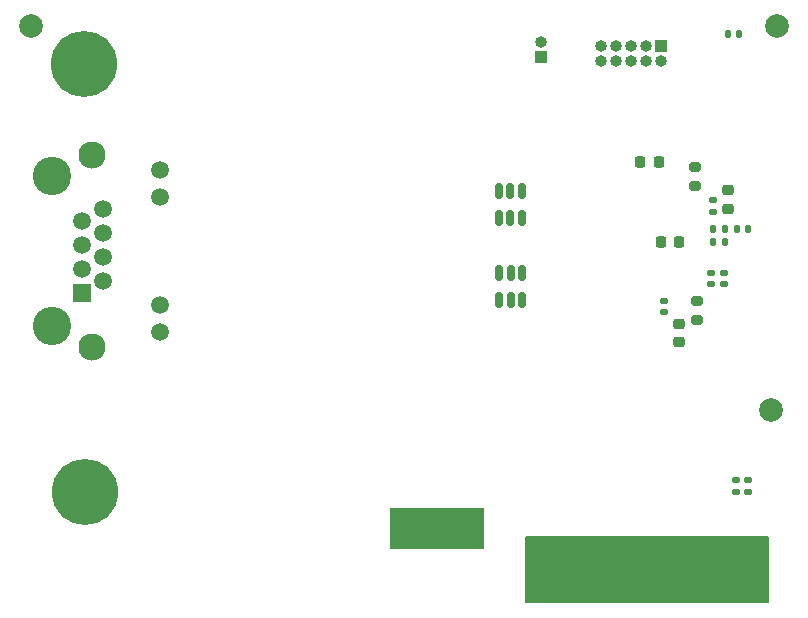
<source format=gbr>
%TF.GenerationSoftware,KiCad,Pcbnew,(6.0.9)*%
%TF.CreationDate,2023-01-12T20:26:10+01:00*%
%TF.ProjectId,pallas-ethernet-adapter,70616c6c-6173-42d6-9574-6865726e6574,rev?*%
%TF.SameCoordinates,Original*%
%TF.FileFunction,Soldermask,Bot*%
%TF.FilePolarity,Negative*%
%FSLAX46Y46*%
G04 Gerber Fmt 4.6, Leading zero omitted, Abs format (unit mm)*
G04 Created by KiCad (PCBNEW (6.0.9)) date 2023-01-12 20:26:10*
%MOMM*%
%LPD*%
G01*
G04 APERTURE LIST*
G04 Aperture macros list*
%AMRoundRect*
0 Rectangle with rounded corners*
0 $1 Rounding radius*
0 $2 $3 $4 $5 $6 $7 $8 $9 X,Y pos of 4 corners*
0 Add a 4 corners polygon primitive as box body*
4,1,4,$2,$3,$4,$5,$6,$7,$8,$9,$2,$3,0*
0 Add four circle primitives for the rounded corners*
1,1,$1+$1,$2,$3*
1,1,$1+$1,$4,$5*
1,1,$1+$1,$6,$7*
1,1,$1+$1,$8,$9*
0 Add four rect primitives between the rounded corners*
20,1,$1+$1,$2,$3,$4,$5,0*
20,1,$1+$1,$4,$5,$6,$7,0*
20,1,$1+$1,$6,$7,$8,$9,0*
20,1,$1+$1,$8,$9,$2,$3,0*%
G04 Aperture macros list end*
%ADD10C,0.200000*%
%ADD11C,3.250000*%
%ADD12R,1.500000X1.500000*%
%ADD13C,1.500000*%
%ADD14C,2.300000*%
%ADD15R,1.000000X1.000000*%
%ADD16O,1.000000X1.000000*%
%ADD17C,5.600000*%
%ADD18RoundRect,0.200000X-0.275000X0.200000X-0.275000X-0.200000X0.275000X-0.200000X0.275000X0.200000X0*%
%ADD19RoundRect,0.140000X-0.140000X-0.170000X0.140000X-0.170000X0.140000X0.170000X-0.140000X0.170000X0*%
%ADD20RoundRect,0.218750X0.256250X-0.218750X0.256250X0.218750X-0.256250X0.218750X-0.256250X-0.218750X0*%
%ADD21RoundRect,0.200000X0.275000X-0.200000X0.275000X0.200000X-0.275000X0.200000X-0.275000X-0.200000X0*%
%ADD22C,2.000000*%
%ADD23RoundRect,0.218750X0.218750X0.256250X-0.218750X0.256250X-0.218750X-0.256250X0.218750X-0.256250X0*%
%ADD24RoundRect,0.150000X0.150000X-0.512500X0.150000X0.512500X-0.150000X0.512500X-0.150000X-0.512500X0*%
%ADD25RoundRect,0.140000X-0.170000X0.140000X-0.170000X-0.140000X0.170000X-0.140000X0.170000X0.140000X0*%
%ADD26RoundRect,0.225000X0.250000X-0.225000X0.250000X0.225000X-0.250000X0.225000X-0.250000X-0.225000X0*%
%ADD27RoundRect,0.140000X0.170000X-0.140000X0.170000X0.140000X-0.170000X0.140000X-0.170000X-0.140000X0*%
G04 APERTURE END LIST*
%TO.C,J2*%
G36*
X-3800000Y4550000D02*
G01*
X-11800000Y4550000D01*
X-11800000Y8050000D01*
X-3800000Y8050000D01*
X-3800000Y4550000D01*
G37*
G36*
X20250000Y50000D02*
G01*
X-250000Y50000D01*
X-250000Y5550000D01*
X20250000Y5550000D01*
X20250000Y50000D01*
G37*
D10*
X20250000Y50000D02*
X-250000Y50000D01*
X-250000Y5550000D01*
X20250000Y5550000D01*
X20250000Y50000D01*
%TD*%
D11*
%TO.C,J5*%
X-40450000Y36135000D03*
X-40450000Y23435000D03*
D12*
X-37910000Y26225000D03*
D13*
X-36130000Y27241000D03*
X-37910000Y28257000D03*
X-36130000Y29273000D03*
X-37910000Y30289000D03*
X-36130000Y31305000D03*
X-37910000Y32321000D03*
X-36130000Y33337000D03*
X-31310000Y22925000D03*
X-31310000Y25215000D03*
X-31310000Y34355000D03*
X-31310000Y36645000D03*
D14*
X-37020000Y37915000D03*
X-37020000Y21655000D03*
%TD*%
D15*
%TO.C,J6*%
X965000Y46235000D03*
D16*
X965000Y47505000D03*
%TD*%
D17*
%TO.C,H2*%
X-37685000Y45585000D03*
%TD*%
D15*
%TO.C,J7*%
X11114992Y47110003D03*
D16*
X11114992Y45840003D03*
X9844992Y47110003D03*
X9844992Y45840003D03*
X8574992Y47110003D03*
X8574992Y45840003D03*
X7304992Y47110003D03*
X7304992Y45840003D03*
X6034992Y47110003D03*
X6034992Y45840003D03*
%TD*%
D17*
%TO.C,H1*%
X-37650000Y9350000D03*
%TD*%
D18*
%TO.C,R20*%
X14065000Y36910000D03*
X14065000Y35260000D03*
%TD*%
D19*
%TO.C,C31*%
X15595000Y30575000D03*
X16555000Y30575000D03*
%TD*%
D20*
%TO.C,L3*%
X12675000Y22037500D03*
X12675000Y23612500D03*
%TD*%
D21*
%TO.C,R4*%
X14225000Y23900000D03*
X14225000Y25550000D03*
%TD*%
D22*
%TO.C,FID2*%
X20465000Y16285000D03*
%TD*%
D23*
%TO.C,L7*%
X10962500Y37275000D03*
X9387500Y37275000D03*
%TD*%
D24*
%TO.C,U3*%
X-634400Y25667800D03*
X-1584400Y25667800D03*
X-2534400Y25667800D03*
X-2534400Y27942800D03*
X-1584400Y27942800D03*
X-634400Y27942800D03*
%TD*%
D19*
%TO.C,C9*%
X15595000Y31625000D03*
X16555000Y31625000D03*
%TD*%
D25*
%TO.C,C1*%
X17515000Y10365000D03*
X17515000Y9405000D03*
%TD*%
%TO.C,C19*%
X16525000Y27905000D03*
X16525000Y26945000D03*
%TD*%
D23*
%TO.C,L8*%
X12712500Y30525000D03*
X11137500Y30525000D03*
%TD*%
D26*
%TO.C,C13*%
X16825000Y33350000D03*
X16825000Y34900000D03*
%TD*%
D22*
%TO.C,FID3*%
X-42185000Y48785000D03*
%TD*%
D25*
%TO.C,C10*%
X15425000Y27905000D03*
X15425000Y26945000D03*
%TD*%
D24*
%TO.C,U4*%
X-644400Y32547800D03*
X-1594400Y32547800D03*
X-2544400Y32547800D03*
X-2544400Y34822800D03*
X-1594400Y34822800D03*
X-644400Y34822800D03*
%TD*%
D27*
%TO.C,C15*%
X15575000Y33095000D03*
X15575000Y34055000D03*
%TD*%
%TO.C,C2*%
X18505000Y9405000D03*
X18505000Y10365000D03*
%TD*%
D19*
%TO.C,C18*%
X16785000Y48185000D03*
X17745000Y48185000D03*
%TD*%
%TO.C,C8*%
X17545000Y31625000D03*
X18505000Y31625000D03*
%TD*%
D25*
%TO.C,C11*%
X11425000Y25565000D03*
X11425000Y24605000D03*
%TD*%
D22*
%TO.C,FID4*%
X20965000Y48785000D03*
%TD*%
M02*

</source>
